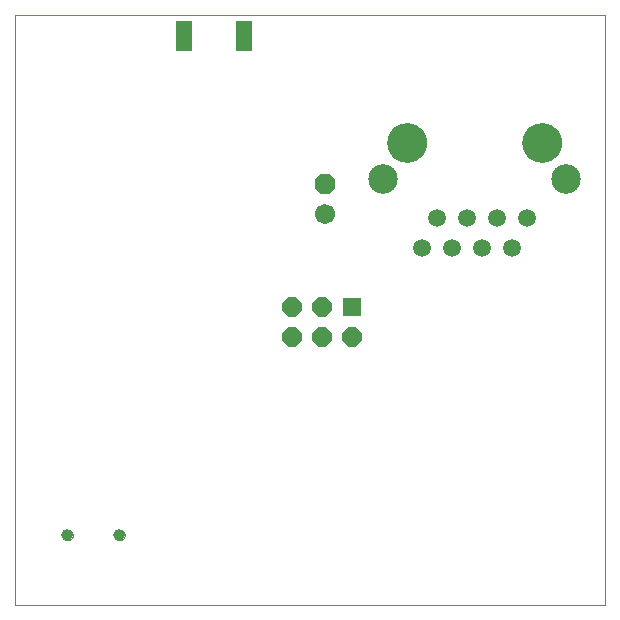
<source format=gbs>
G75*
G70*
%OFA0B0*%
%FSLAX24Y24*%
%IPPOS*%
%LPD*%
%AMOC8*
5,1,8,0,0,1.08239X$1,22.5*
%
%ADD10C,0.0000*%
%ADD11R,0.0640X0.0640*%
%ADD12OC8,0.0640*%
%ADD13R,0.0540X0.1040*%
%ADD14C,0.0394*%
%ADD15OC8,0.0670*%
%ADD16C,0.0670*%
%ADD17C,0.0594*%
%ADD18C,0.1320*%
%ADD19C,0.0985*%
D10*
X000877Y000978D02*
X000877Y020663D01*
X020562Y020663D01*
X020562Y000978D01*
X000877Y000978D01*
X002456Y003313D02*
X002458Y003339D01*
X002464Y003365D01*
X002474Y003390D01*
X002487Y003413D01*
X002503Y003433D01*
X002523Y003451D01*
X002545Y003466D01*
X002568Y003478D01*
X002594Y003486D01*
X002620Y003490D01*
X002646Y003490D01*
X002672Y003486D01*
X002698Y003478D01*
X002722Y003466D01*
X002743Y003451D01*
X002763Y003433D01*
X002779Y003413D01*
X002792Y003390D01*
X002802Y003365D01*
X002808Y003339D01*
X002810Y003313D01*
X002808Y003287D01*
X002802Y003261D01*
X002792Y003236D01*
X002779Y003213D01*
X002763Y003193D01*
X002743Y003175D01*
X002721Y003160D01*
X002698Y003148D01*
X002672Y003140D01*
X002646Y003136D01*
X002620Y003136D01*
X002594Y003140D01*
X002568Y003148D01*
X002544Y003160D01*
X002523Y003175D01*
X002503Y003193D01*
X002487Y003213D01*
X002474Y003236D01*
X002464Y003261D01*
X002458Y003287D01*
X002456Y003313D01*
X004188Y003313D02*
X004190Y003339D01*
X004196Y003365D01*
X004206Y003390D01*
X004219Y003413D01*
X004235Y003433D01*
X004255Y003451D01*
X004277Y003466D01*
X004300Y003478D01*
X004326Y003486D01*
X004352Y003490D01*
X004378Y003490D01*
X004404Y003486D01*
X004430Y003478D01*
X004454Y003466D01*
X004475Y003451D01*
X004495Y003433D01*
X004511Y003413D01*
X004524Y003390D01*
X004534Y003365D01*
X004540Y003339D01*
X004542Y003313D01*
X004540Y003287D01*
X004534Y003261D01*
X004524Y003236D01*
X004511Y003213D01*
X004495Y003193D01*
X004475Y003175D01*
X004453Y003160D01*
X004430Y003148D01*
X004404Y003140D01*
X004378Y003136D01*
X004352Y003136D01*
X004326Y003140D01*
X004300Y003148D01*
X004276Y003160D01*
X004255Y003175D01*
X004235Y003193D01*
X004219Y003213D01*
X004206Y003236D01*
X004196Y003261D01*
X004190Y003287D01*
X004188Y003313D01*
X013310Y016402D02*
X013312Y016452D01*
X013318Y016502D01*
X013328Y016551D01*
X013341Y016600D01*
X013359Y016647D01*
X013380Y016693D01*
X013404Y016736D01*
X013432Y016778D01*
X013463Y016818D01*
X013497Y016855D01*
X013534Y016889D01*
X013574Y016920D01*
X013616Y016948D01*
X013659Y016972D01*
X013705Y016993D01*
X013752Y017011D01*
X013801Y017024D01*
X013850Y017034D01*
X013900Y017040D01*
X013950Y017042D01*
X014000Y017040D01*
X014050Y017034D01*
X014099Y017024D01*
X014148Y017011D01*
X014195Y016993D01*
X014241Y016972D01*
X014284Y016948D01*
X014326Y016920D01*
X014366Y016889D01*
X014403Y016855D01*
X014437Y016818D01*
X014468Y016778D01*
X014496Y016736D01*
X014520Y016693D01*
X014541Y016647D01*
X014559Y016600D01*
X014572Y016551D01*
X014582Y016502D01*
X014588Y016452D01*
X014590Y016402D01*
X014588Y016352D01*
X014582Y016302D01*
X014572Y016253D01*
X014559Y016204D01*
X014541Y016157D01*
X014520Y016111D01*
X014496Y016068D01*
X014468Y016026D01*
X014437Y015986D01*
X014403Y015949D01*
X014366Y015915D01*
X014326Y015884D01*
X014284Y015856D01*
X014241Y015832D01*
X014195Y015811D01*
X014148Y015793D01*
X014099Y015780D01*
X014050Y015770D01*
X014000Y015764D01*
X013950Y015762D01*
X013900Y015764D01*
X013850Y015770D01*
X013801Y015780D01*
X013752Y015793D01*
X013705Y015811D01*
X013659Y015832D01*
X013616Y015856D01*
X013574Y015884D01*
X013534Y015915D01*
X013497Y015949D01*
X013463Y015986D01*
X013432Y016026D01*
X013404Y016068D01*
X013380Y016111D01*
X013359Y016157D01*
X013341Y016204D01*
X013328Y016253D01*
X013318Y016302D01*
X013312Y016352D01*
X013310Y016402D01*
X017810Y016402D02*
X017812Y016452D01*
X017818Y016502D01*
X017828Y016551D01*
X017841Y016600D01*
X017859Y016647D01*
X017880Y016693D01*
X017904Y016736D01*
X017932Y016778D01*
X017963Y016818D01*
X017997Y016855D01*
X018034Y016889D01*
X018074Y016920D01*
X018116Y016948D01*
X018159Y016972D01*
X018205Y016993D01*
X018252Y017011D01*
X018301Y017024D01*
X018350Y017034D01*
X018400Y017040D01*
X018450Y017042D01*
X018500Y017040D01*
X018550Y017034D01*
X018599Y017024D01*
X018648Y017011D01*
X018695Y016993D01*
X018741Y016972D01*
X018784Y016948D01*
X018826Y016920D01*
X018866Y016889D01*
X018903Y016855D01*
X018937Y016818D01*
X018968Y016778D01*
X018996Y016736D01*
X019020Y016693D01*
X019041Y016647D01*
X019059Y016600D01*
X019072Y016551D01*
X019082Y016502D01*
X019088Y016452D01*
X019090Y016402D01*
X019088Y016352D01*
X019082Y016302D01*
X019072Y016253D01*
X019059Y016204D01*
X019041Y016157D01*
X019020Y016111D01*
X018996Y016068D01*
X018968Y016026D01*
X018937Y015986D01*
X018903Y015949D01*
X018866Y015915D01*
X018826Y015884D01*
X018784Y015856D01*
X018741Y015832D01*
X018695Y015811D01*
X018648Y015793D01*
X018599Y015780D01*
X018550Y015770D01*
X018500Y015764D01*
X018450Y015762D01*
X018400Y015764D01*
X018350Y015770D01*
X018301Y015780D01*
X018252Y015793D01*
X018205Y015811D01*
X018159Y015832D01*
X018116Y015856D01*
X018074Y015884D01*
X018034Y015915D01*
X017997Y015949D01*
X017963Y015986D01*
X017932Y016026D01*
X017904Y016068D01*
X017880Y016111D01*
X017859Y016157D01*
X017841Y016204D01*
X017828Y016253D01*
X017818Y016302D01*
X017812Y016352D01*
X017810Y016402D01*
D11*
X012105Y010929D03*
D12*
X011105Y010929D03*
X010105Y010929D03*
X010105Y009929D03*
X011105Y009929D03*
X012105Y009929D03*
D13*
X008510Y019963D03*
X006510Y019963D03*
D14*
X004365Y003313D03*
X002633Y003313D03*
D15*
X011212Y015011D03*
D16*
X011212Y014011D03*
D17*
X014450Y012902D03*
X015450Y012902D03*
X016450Y012902D03*
X017450Y012902D03*
X016950Y013902D03*
X017950Y013902D03*
X015950Y013902D03*
X014950Y013902D03*
D18*
X013950Y016402D03*
X018450Y016402D03*
D19*
X019250Y015202D03*
X013151Y015202D03*
M02*

</source>
